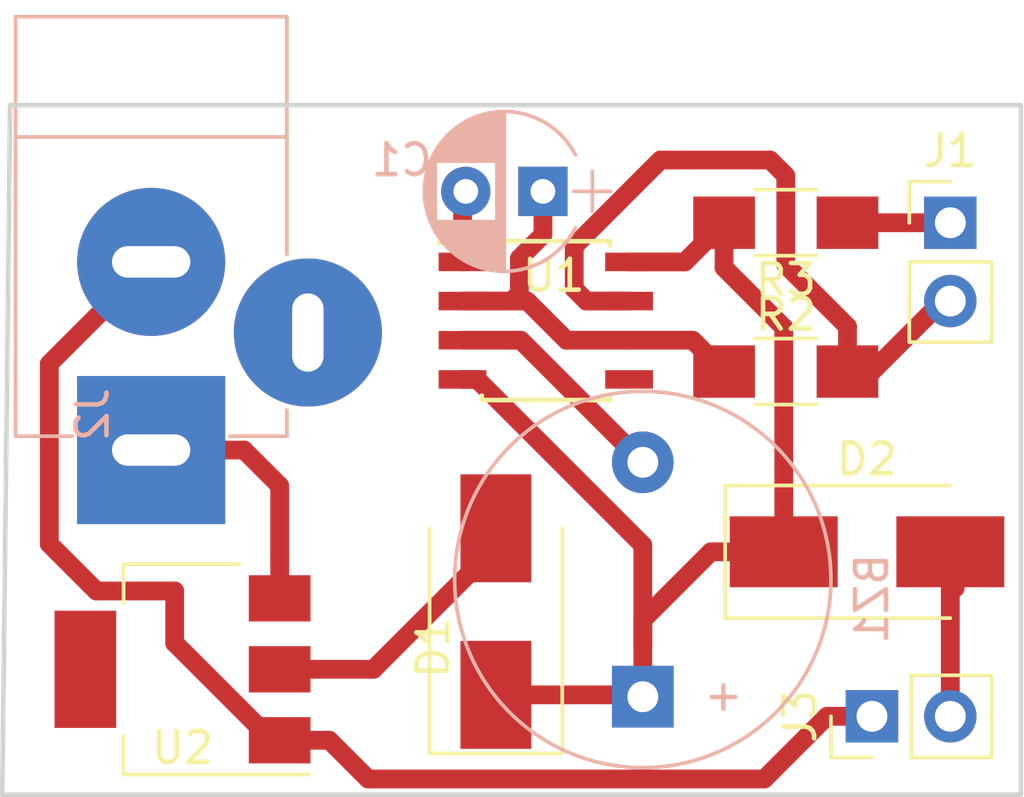
<source format=kicad_pcb>
(kicad_pcb (version 4) (host pcbnew 4.0.7-e2-6376~58~ubuntu16.04.1)

  (general
    (links 19)
    (no_connects 3)
    (area 22.022999 33.960999 55.193001 56.463001)
    (thickness 1.6)
    (drawings 4)
    (tracks 68)
    (zones 0)
    (modules 11)
    (nets 12)
  )

  (page User 224.993 150.012)
  (layers
    (0 F.Cu signal)
    (31 B.Cu signal)
    (32 B.Adhes user)
    (33 F.Adhes user)
    (34 B.Paste user)
    (35 F.Paste user)
    (36 B.SilkS user)
    (37 F.SilkS user)
    (38 B.Mask user)
    (39 F.Mask user)
    (40 Dwgs.User user)
    (41 Cmts.User user)
    (42 Eco1.User user)
    (43 Eco2.User user)
    (44 Edge.Cuts user)
    (45 Margin user)
    (46 B.CrtYd user)
    (47 F.CrtYd user)
    (48 B.Fab user)
    (49 F.Fab user)
  )

  (setup
    (last_trace_width 0.6096)
    (user_trace_width 0.1524)
    (user_trace_width 0.2032)
    (user_trace_width 0.3048)
    (user_trace_width 0.6096)
    (user_trace_width 0.8128)
    (user_trace_width 1.524)
    (user_trace_width 2.54)
    (trace_clearance 0.2)
    (zone_clearance 0.508)
    (zone_45_only no)
    (trace_min 0.1524)
    (segment_width 0.2)
    (edge_width 0.15)
    (via_size 0.6)
    (via_drill 0.4)
    (via_min_size 0.4)
    (via_min_drill 0.3)
    (uvia_size 0.3)
    (uvia_drill 0.1)
    (uvias_allowed no)
    (uvia_min_size 0)
    (uvia_min_drill 0)
    (pcb_text_width 0.3)
    (pcb_text_size 1.5 1.5)
    (mod_edge_width 0.15)
    (mod_text_size 1 1)
    (mod_text_width 0.15)
    (pad_size 1.524 1.524)
    (pad_drill 0.762)
    (pad_to_mask_clearance 0.2)
    (aux_axis_origin 0 0)
    (visible_elements FFFFFF7F)
    (pcbplotparams
      (layerselection 0x00030_80000001)
      (usegerberextensions false)
      (excludeedgelayer true)
      (linewidth 0.100000)
      (plotframeref false)
      (viasonmask false)
      (mode 1)
      (useauxorigin false)
      (hpglpennumber 1)
      (hpglpenspeed 20)
      (hpglpendiameter 15)
      (hpglpenoverlay 2)
      (psnegative false)
      (psa4output false)
      (plotreference true)
      (plotvalue true)
      (plotinvisibletext false)
      (padsonsilk false)
      (subtractmaskfromsilk false)
      (outputformat 1)
      (mirror false)
      (drillshape 1)
      (scaleselection 1)
      (outputdirectory ""))
  )

  (net 0 "")
  (net 1 "Net-(BZ1-Pad2)")
  (net 2 "Net-(C1-Pad1)")
  (net 3 GND)
  (net 4 "Net-(J1-Pad1)")
  (net 5 "Net-(J1-Pad2)")
  (net 6 +BATT)
  (net 7 "Net-(U1-Pad5)")
  (net 8 "Net-(J2-Pad3)")
  (net 9 "Net-(BT1-Pad1)")
  (net 10 "Net-(D1-Pad2)")
  (net 11 "Net-(J2-Pad1)")

  (net_class Default "This is the default net class."
    (clearance 0.2)
    (trace_width 0.25)
    (via_dia 0.6)
    (via_drill 0.4)
    (uvia_dia 0.3)
    (uvia_drill 0.1)
    (add_net +BATT)
    (add_net GND)
    (add_net "Net-(BT1-Pad1)")
    (add_net "Net-(BZ1-Pad2)")
    (add_net "Net-(C1-Pad1)")
    (add_net "Net-(D1-Pad2)")
    (add_net "Net-(J1-Pad1)")
    (add_net "Net-(J1-Pad2)")
    (add_net "Net-(J2-Pad1)")
    (add_net "Net-(J2-Pad3)")
    (add_net "Net-(U1-Pad5)")
  )

  (module TO_SOT_Packages_SMD:SOT-223 (layer F.Cu) (tedit 58CE4E7E) (tstamp 5AD88708)
    (at 27.94 52.324 180)
    (descr "module CMS SOT223 4 pins")
    (tags "CMS SOT")
    (path /5AD87594)
    (attr smd)
    (fp_text reference U2 (at 0 -2.54 180) (layer F.SilkS)
      (effects (font (size 1 1) (thickness 0.15)))
    )
    (fp_text value LM1117-5.0 (at 0 4.5 180) (layer F.Fab)
      (effects (font (size 1 1) (thickness 0.15)))
    )
    (fp_text user %R (at 0 0 270) (layer F.Fab)
      (effects (font (size 0.8 0.8) (thickness 0.12)))
    )
    (fp_line (start -1.85 -2.3) (end -0.8 -3.35) (layer F.Fab) (width 0.1))
    (fp_line (start 1.91 3.41) (end 1.91 2.15) (layer F.SilkS) (width 0.12))
    (fp_line (start 1.91 -3.41) (end 1.91 -2.15) (layer F.SilkS) (width 0.12))
    (fp_line (start 4.4 -3.6) (end -4.4 -3.6) (layer F.CrtYd) (width 0.05))
    (fp_line (start 4.4 3.6) (end 4.4 -3.6) (layer F.CrtYd) (width 0.05))
    (fp_line (start -4.4 3.6) (end 4.4 3.6) (layer F.CrtYd) (width 0.05))
    (fp_line (start -4.4 -3.6) (end -4.4 3.6) (layer F.CrtYd) (width 0.05))
    (fp_line (start -1.85 -2.3) (end -1.85 3.35) (layer F.Fab) (width 0.1))
    (fp_line (start -1.85 3.41) (end 1.91 3.41) (layer F.SilkS) (width 0.12))
    (fp_line (start -0.8 -3.35) (end 1.85 -3.35) (layer F.Fab) (width 0.1))
    (fp_line (start -4.1 -3.41) (end 1.91 -3.41) (layer F.SilkS) (width 0.12))
    (fp_line (start -1.85 3.35) (end 1.85 3.35) (layer F.Fab) (width 0.1))
    (fp_line (start 1.85 -3.35) (end 1.85 3.35) (layer F.Fab) (width 0.1))
    (pad 4 smd rect (at 3.15 0 180) (size 2 3.8) (layers F.Cu F.Paste F.Mask))
    (pad 2 smd rect (at -3.15 0 180) (size 2 1.5) (layers F.Cu F.Paste F.Mask)
      (net 10 "Net-(D1-Pad2)"))
    (pad 3 smd rect (at -3.15 2.3 180) (size 2 1.5) (layers F.Cu F.Paste F.Mask)
      (net 11 "Net-(J2-Pad1)"))
    (pad 1 smd rect (at -3.15 -2.3 180) (size 2 1.5) (layers F.Cu F.Paste F.Mask)
      (net 3 GND))
    (model ${KISYS3DMOD}/TO_SOT_Packages_SMD.3dshapes/SOT-223.wrl
      (at (xyz 0 0 0))
      (scale (xyz 1 1 1))
      (rotate (xyz 0 0 0))
    )
  )

  (module Capacitors_THT:CP_Radial_D5.0mm_P2.50mm (layer B.Cu) (tedit 597BC7C2) (tstamp 5AD491B4)
    (at 39.624 36.83 180)
    (descr "CP, Radial series, Radial, pin pitch=2.50mm, , diameter=5mm, Electrolytic Capacitor")
    (tags "CP Radial series Radial pin pitch 2.50mm  diameter 5mm Electrolytic Capacitor")
    (path /5AD334B7)
    (fp_text reference C1 (at 4.572 1.016 180) (layer B.SilkS)
      (effects (font (size 1 1) (thickness 0.15)) (justify mirror))
    )
    (fp_text value 2.2mkF (at 1.25 -3.81 180) (layer B.Fab)
      (effects (font (size 1 1) (thickness 0.15)) (justify mirror))
    )
    (fp_arc (start 1.25 0) (end -1.05558 1.18) (angle -125.8) (layer B.SilkS) (width 0.12))
    (fp_arc (start 1.25 0) (end -1.05558 -1.18) (angle 125.8) (layer B.SilkS) (width 0.12))
    (fp_arc (start 1.25 0) (end 3.55558 1.18) (angle -54.2) (layer B.SilkS) (width 0.12))
    (fp_circle (center 1.25 0) (end 3.75 0) (layer B.Fab) (width 0.1))
    (fp_line (start -2.2 0) (end -1 0) (layer B.Fab) (width 0.1))
    (fp_line (start -1.6 0.65) (end -1.6 -0.65) (layer B.Fab) (width 0.1))
    (fp_line (start 1.25 2.55) (end 1.25 -2.55) (layer B.SilkS) (width 0.12))
    (fp_line (start 1.29 2.55) (end 1.29 -2.55) (layer B.SilkS) (width 0.12))
    (fp_line (start 1.33 2.549) (end 1.33 -2.549) (layer B.SilkS) (width 0.12))
    (fp_line (start 1.37 2.548) (end 1.37 -2.548) (layer B.SilkS) (width 0.12))
    (fp_line (start 1.41 2.546) (end 1.41 -2.546) (layer B.SilkS) (width 0.12))
    (fp_line (start 1.45 2.543) (end 1.45 -2.543) (layer B.SilkS) (width 0.12))
    (fp_line (start 1.49 2.539) (end 1.49 -2.539) (layer B.SilkS) (width 0.12))
    (fp_line (start 1.53 2.535) (end 1.53 0.98) (layer B.SilkS) (width 0.12))
    (fp_line (start 1.53 -0.98) (end 1.53 -2.535) (layer B.SilkS) (width 0.12))
    (fp_line (start 1.57 2.531) (end 1.57 0.98) (layer B.SilkS) (width 0.12))
    (fp_line (start 1.57 -0.98) (end 1.57 -2.531) (layer B.SilkS) (width 0.12))
    (fp_line (start 1.61 2.525) (end 1.61 0.98) (layer B.SilkS) (width 0.12))
    (fp_line (start 1.61 -0.98) (end 1.61 -2.525) (layer B.SilkS) (width 0.12))
    (fp_line (start 1.65 2.519) (end 1.65 0.98) (layer B.SilkS) (width 0.12))
    (fp_line (start 1.65 -0.98) (end 1.65 -2.519) (layer B.SilkS) (width 0.12))
    (fp_line (start 1.69 2.513) (end 1.69 0.98) (layer B.SilkS) (width 0.12))
    (fp_line (start 1.69 -0.98) (end 1.69 -2.513) (layer B.SilkS) (width 0.12))
    (fp_line (start 1.73 2.506) (end 1.73 0.98) (layer B.SilkS) (width 0.12))
    (fp_line (start 1.73 -0.98) (end 1.73 -2.506) (layer B.SilkS) (width 0.12))
    (fp_line (start 1.77 2.498) (end 1.77 0.98) (layer B.SilkS) (width 0.12))
    (fp_line (start 1.77 -0.98) (end 1.77 -2.498) (layer B.SilkS) (width 0.12))
    (fp_line (start 1.81 2.489) (end 1.81 0.98) (layer B.SilkS) (width 0.12))
    (fp_line (start 1.81 -0.98) (end 1.81 -2.489) (layer B.SilkS) (width 0.12))
    (fp_line (start 1.85 2.48) (end 1.85 0.98) (layer B.SilkS) (width 0.12))
    (fp_line (start 1.85 -0.98) (end 1.85 -2.48) (layer B.SilkS) (width 0.12))
    (fp_line (start 1.89 2.47) (end 1.89 0.98) (layer B.SilkS) (width 0.12))
    (fp_line (start 1.89 -0.98) (end 1.89 -2.47) (layer B.SilkS) (width 0.12))
    (fp_line (start 1.93 2.46) (end 1.93 0.98) (layer B.SilkS) (width 0.12))
    (fp_line (start 1.93 -0.98) (end 1.93 -2.46) (layer B.SilkS) (width 0.12))
    (fp_line (start 1.971 2.448) (end 1.971 0.98) (layer B.SilkS) (width 0.12))
    (fp_line (start 1.971 -0.98) (end 1.971 -2.448) (layer B.SilkS) (width 0.12))
    (fp_line (start 2.011 2.436) (end 2.011 0.98) (layer B.SilkS) (width 0.12))
    (fp_line (start 2.011 -0.98) (end 2.011 -2.436) (layer B.SilkS) (width 0.12))
    (fp_line (start 2.051 2.424) (end 2.051 0.98) (layer B.SilkS) (width 0.12))
    (fp_line (start 2.051 -0.98) (end 2.051 -2.424) (layer B.SilkS) (width 0.12))
    (fp_line (start 2.091 2.41) (end 2.091 0.98) (layer B.SilkS) (width 0.12))
    (fp_line (start 2.091 -0.98) (end 2.091 -2.41) (layer B.SilkS) (width 0.12))
    (fp_line (start 2.131 2.396) (end 2.131 0.98) (layer B.SilkS) (width 0.12))
    (fp_line (start 2.131 -0.98) (end 2.131 -2.396) (layer B.SilkS) (width 0.12))
    (fp_line (start 2.171 2.382) (end 2.171 0.98) (layer B.SilkS) (width 0.12))
    (fp_line (start 2.171 -0.98) (end 2.171 -2.382) (layer B.SilkS) (width 0.12))
    (fp_line (start 2.211 2.366) (end 2.211 0.98) (layer B.SilkS) (width 0.12))
    (fp_line (start 2.211 -0.98) (end 2.211 -2.366) (layer B.SilkS) (width 0.12))
    (fp_line (start 2.251 2.35) (end 2.251 0.98) (layer B.SilkS) (width 0.12))
    (fp_line (start 2.251 -0.98) (end 2.251 -2.35) (layer B.SilkS) (width 0.12))
    (fp_line (start 2.291 2.333) (end 2.291 0.98) (layer B.SilkS) (width 0.12))
    (fp_line (start 2.291 -0.98) (end 2.291 -2.333) (layer B.SilkS) (width 0.12))
    (fp_line (start 2.331 2.315) (end 2.331 0.98) (layer B.SilkS) (width 0.12))
    (fp_line (start 2.331 -0.98) (end 2.331 -2.315) (layer B.SilkS) (width 0.12))
    (fp_line (start 2.371 2.296) (end 2.371 0.98) (layer B.SilkS) (width 0.12))
    (fp_line (start 2.371 -0.98) (end 2.371 -2.296) (layer B.SilkS) (width 0.12))
    (fp_line (start 2.411 2.276) (end 2.411 0.98) (layer B.SilkS) (width 0.12))
    (fp_line (start 2.411 -0.98) (end 2.411 -2.276) (layer B.SilkS) (width 0.12))
    (fp_line (start 2.451 2.256) (end 2.451 0.98) (layer B.SilkS) (width 0.12))
    (fp_line (start 2.451 -0.98) (end 2.451 -2.256) (layer B.SilkS) (width 0.12))
    (fp_line (start 2.491 2.234) (end 2.491 0.98) (layer B.SilkS) (width 0.12))
    (fp_line (start 2.491 -0.98) (end 2.491 -2.234) (layer B.SilkS) (width 0.12))
    (fp_line (start 2.531 2.212) (end 2.531 0.98) (layer B.SilkS) (width 0.12))
    (fp_line (start 2.531 -0.98) (end 2.531 -2.212) (layer B.SilkS) (width 0.12))
    (fp_line (start 2.571 2.189) (end 2.571 0.98) (layer B.SilkS) (width 0.12))
    (fp_line (start 2.571 -0.98) (end 2.571 -2.189) (layer B.SilkS) (width 0.12))
    (fp_line (start 2.611 2.165) (end 2.611 0.98) (layer B.SilkS) (width 0.12))
    (fp_line (start 2.611 -0.98) (end 2.611 -2.165) (layer B.SilkS) (width 0.12))
    (fp_line (start 2.651 2.14) (end 2.651 0.98) (layer B.SilkS) (width 0.12))
    (fp_line (start 2.651 -0.98) (end 2.651 -2.14) (layer B.SilkS) (width 0.12))
    (fp_line (start 2.691 2.113) (end 2.691 0.98) (layer B.SilkS) (width 0.12))
    (fp_line (start 2.691 -0.98) (end 2.691 -2.113) (layer B.SilkS) (width 0.12))
    (fp_line (start 2.731 2.086) (end 2.731 0.98) (layer B.SilkS) (width 0.12))
    (fp_line (start 2.731 -0.98) (end 2.731 -2.086) (layer B.SilkS) (width 0.12))
    (fp_line (start 2.771 2.058) (end 2.771 0.98) (layer B.SilkS) (width 0.12))
    (fp_line (start 2.771 -0.98) (end 2.771 -2.058) (layer B.SilkS) (width 0.12))
    (fp_line (start 2.811 2.028) (end 2.811 0.98) (layer B.SilkS) (width 0.12))
    (fp_line (start 2.811 -0.98) (end 2.811 -2.028) (layer B.SilkS) (width 0.12))
    (fp_line (start 2.851 1.997) (end 2.851 0.98) (layer B.SilkS) (width 0.12))
    (fp_line (start 2.851 -0.98) (end 2.851 -1.997) (layer B.SilkS) (width 0.12))
    (fp_line (start 2.891 1.965) (end 2.891 0.98) (layer B.SilkS) (width 0.12))
    (fp_line (start 2.891 -0.98) (end 2.891 -1.965) (layer B.SilkS) (width 0.12))
    (fp_line (start 2.931 1.932) (end 2.931 0.98) (layer B.SilkS) (width 0.12))
    (fp_line (start 2.931 -0.98) (end 2.931 -1.932) (layer B.SilkS) (width 0.12))
    (fp_line (start 2.971 1.897) (end 2.971 0.98) (layer B.SilkS) (width 0.12))
    (fp_line (start 2.971 -0.98) (end 2.971 -1.897) (layer B.SilkS) (width 0.12))
    (fp_line (start 3.011 1.861) (end 3.011 0.98) (layer B.SilkS) (width 0.12))
    (fp_line (start 3.011 -0.98) (end 3.011 -1.861) (layer B.SilkS) (width 0.12))
    (fp_line (start 3.051 1.823) (end 3.051 0.98) (layer B.SilkS) (width 0.12))
    (fp_line (start 3.051 -0.98) (end 3.051 -1.823) (layer B.SilkS) (width 0.12))
    (fp_line (start 3.091 1.783) (end 3.091 0.98) (layer B.SilkS) (width 0.12))
    (fp_line (start 3.091 -0.98) (end 3.091 -1.783) (layer B.SilkS) (width 0.12))
    (fp_line (start 3.131 1.742) (end 3.131 0.98) (layer B.SilkS) (width 0.12))
    (fp_line (start 3.131 -0.98) (end 3.131 -1.742) (layer B.SilkS) (width 0.12))
    (fp_line (start 3.171 1.699) (end 3.171 0.98) (layer B.SilkS) (width 0.12))
    (fp_line (start 3.171 -0.98) (end 3.171 -1.699) (layer B.SilkS) (width 0.12))
    (fp_line (start 3.211 1.654) (end 3.211 0.98) (layer B.SilkS) (width 0.12))
    (fp_line (start 3.211 -0.98) (end 3.211 -1.654) (layer B.SilkS) (width 0.12))
    (fp_line (start 3.251 1.606) (end 3.251 0.98) (layer B.SilkS) (width 0.12))
    (fp_line (start 3.251 -0.98) (end 3.251 -1.606) (layer B.SilkS) (width 0.12))
    (fp_line (start 3.291 1.556) (end 3.291 0.98) (layer B.SilkS) (width 0.12))
    (fp_line (start 3.291 -0.98) (end 3.291 -1.556) (layer B.SilkS) (width 0.12))
    (fp_line (start 3.331 1.504) (end 3.331 0.98) (layer B.SilkS) (width 0.12))
    (fp_line (start 3.331 -0.98) (end 3.331 -1.504) (layer B.SilkS) (width 0.12))
    (fp_line (start 3.371 1.448) (end 3.371 0.98) (layer B.SilkS) (width 0.12))
    (fp_line (start 3.371 -0.98) (end 3.371 -1.448) (layer B.SilkS) (width 0.12))
    (fp_line (start 3.411 1.39) (end 3.411 0.98) (layer B.SilkS) (width 0.12))
    (fp_line (start 3.411 -0.98) (end 3.411 -1.39) (layer B.SilkS) (width 0.12))
    (fp_line (start 3.451 1.327) (end 3.451 0.98) (layer B.SilkS) (width 0.12))
    (fp_line (start 3.451 -0.98) (end 3.451 -1.327) (layer B.SilkS) (width 0.12))
    (fp_line (start 3.491 1.261) (end 3.491 -1.261) (layer B.SilkS) (width 0.12))
    (fp_line (start 3.531 1.189) (end 3.531 -1.189) (layer B.SilkS) (width 0.12))
    (fp_line (start 3.571 1.112) (end 3.571 -1.112) (layer B.SilkS) (width 0.12))
    (fp_line (start 3.611 1.028) (end 3.611 -1.028) (layer B.SilkS) (width 0.12))
    (fp_line (start 3.651 0.934) (end 3.651 -0.934) (layer B.SilkS) (width 0.12))
    (fp_line (start 3.691 0.829) (end 3.691 -0.829) (layer B.SilkS) (width 0.12))
    (fp_line (start 3.731 0.707) (end 3.731 -0.707) (layer B.SilkS) (width 0.12))
    (fp_line (start 3.771 0.559) (end 3.771 -0.559) (layer B.SilkS) (width 0.12))
    (fp_line (start 3.811 0.354) (end 3.811 -0.354) (layer B.SilkS) (width 0.12))
    (fp_line (start -2.2 0) (end -1 0) (layer B.SilkS) (width 0.12))
    (fp_line (start -1.6 0.65) (end -1.6 -0.65) (layer B.SilkS) (width 0.12))
    (fp_line (start -1.6 2.85) (end -1.6 -2.85) (layer B.CrtYd) (width 0.05))
    (fp_line (start -1.6 -2.85) (end 4.1 -2.85) (layer B.CrtYd) (width 0.05))
    (fp_line (start 4.1 -2.85) (end 4.1 2.85) (layer B.CrtYd) (width 0.05))
    (fp_line (start 4.1 2.85) (end -1.6 2.85) (layer B.CrtYd) (width 0.05))
    (fp_text user %R (at 1.25 0 180) (layer B.Fab)
      (effects (font (size 1 1) (thickness 0.15)) (justify mirror))
    )
    (pad 1 thru_hole rect (at 0 0 180) (size 1.6 1.6) (drill 0.8) (layers *.Cu *.Mask)
      (net 2 "Net-(C1-Pad1)"))
    (pad 2 thru_hole circle (at 2.5 0 180) (size 1.6 1.6) (drill 0.8) (layers *.Cu *.Mask)
      (net 3 GND))
    (model ${KISYS3DMOD}/Capacitors_THT.3dshapes/CP_Radial_D5.0mm_P2.50mm.wrl
      (at (xyz 0 0 0))
      (scale (xyz 1 1 1))
      (rotate (xyz 0 0 0))
    )
  )

  (module Resistors_SMD:R_1206_HandSoldering (layer F.Cu) (tedit 58E0A804) (tstamp 5AD4923D)
    (at 47.498 42.672)
    (descr "Resistor SMD 1206, hand soldering")
    (tags "resistor 1206")
    (path /5AD33170)
    (attr smd)
    (fp_text reference R2 (at 0 -1.85) (layer F.SilkS)
      (effects (font (size 1 1) (thickness 0.15)))
    )
    (fp_text value 100k (at 0.254 1.778) (layer F.Fab)
      (effects (font (size 1 1) (thickness 0.15)))
    )
    (fp_text user %R (at 0.8255 -2.6035) (layer F.Fab)
      (effects (font (size 0.7 0.7) (thickness 0.105)))
    )
    (fp_line (start -1.6 0.8) (end -1.6 -0.8) (layer F.Fab) (width 0.1))
    (fp_line (start 1.6 0.8) (end -1.6 0.8) (layer F.Fab) (width 0.1))
    (fp_line (start 1.6 -0.8) (end 1.6 0.8) (layer F.Fab) (width 0.1))
    (fp_line (start -1.6 -0.8) (end 1.6 -0.8) (layer F.Fab) (width 0.1))
    (fp_line (start 1 1.07) (end -1 1.07) (layer F.SilkS) (width 0.12))
    (fp_line (start -1 -1.07) (end 1 -1.07) (layer F.SilkS) (width 0.12))
    (fp_line (start -3.25 -1.11) (end 3.25 -1.11) (layer F.CrtYd) (width 0.05))
    (fp_line (start -3.25 -1.11) (end -3.25 1.1) (layer F.CrtYd) (width 0.05))
    (fp_line (start 3.25 1.1) (end 3.25 -1.11) (layer F.CrtYd) (width 0.05))
    (fp_line (start 3.25 1.1) (end -3.25 1.1) (layer F.CrtYd) (width 0.05))
    (pad 1 smd rect (at -2 0) (size 2 1.7) (layers F.Cu F.Paste F.Mask)
      (net 2 "Net-(C1-Pad1)"))
    (pad 2 smd rect (at 2 0) (size 2 1.7) (layers F.Cu F.Paste F.Mask)
      (net 5 "Net-(J1-Pad2)"))
    (model ${KISYS3DMOD}/Resistors_SMD.3dshapes/R_1206.wrl
      (at (xyz 0 0 0))
      (scale (xyz 1 1 1))
      (rotate (xyz 0 0 0))
    )
  )

  (module Resistors_SMD:R_1206_HandSoldering (layer F.Cu) (tedit 58E0A804) (tstamp 5AD4924E)
    (at 47.498 37.846 180)
    (descr "Resistor SMD 1206, hand soldering")
    (tags "resistor 1206")
    (path /5AD3327C)
    (attr smd)
    (fp_text reference R3 (at 0 -1.85 180) (layer F.SilkS)
      (effects (font (size 1 1) (thickness 0.15)))
    )
    (fp_text value 1k (at 0 1.9 180) (layer F.Fab)
      (effects (font (size 1 1) (thickness 0.15)))
    )
    (fp_text user %R (at -0.794 1.7145 180) (layer F.Fab)
      (effects (font (size 0.7 0.7) (thickness 0.105)))
    )
    (fp_line (start -1.6 0.8) (end -1.6 -0.8) (layer F.Fab) (width 0.1))
    (fp_line (start 1.6 0.8) (end -1.6 0.8) (layer F.Fab) (width 0.1))
    (fp_line (start 1.6 -0.8) (end 1.6 0.8) (layer F.Fab) (width 0.1))
    (fp_line (start -1.6 -0.8) (end 1.6 -0.8) (layer F.Fab) (width 0.1))
    (fp_line (start 1 1.07) (end -1 1.07) (layer F.SilkS) (width 0.12))
    (fp_line (start -1 -1.07) (end 1 -1.07) (layer F.SilkS) (width 0.12))
    (fp_line (start -3.25 -1.11) (end 3.25 -1.11) (layer F.CrtYd) (width 0.05))
    (fp_line (start -3.25 -1.11) (end -3.25 1.1) (layer F.CrtYd) (width 0.05))
    (fp_line (start 3.25 1.1) (end 3.25 -1.11) (layer F.CrtYd) (width 0.05))
    (fp_line (start 3.25 1.1) (end -3.25 1.1) (layer F.CrtYd) (width 0.05))
    (pad 1 smd rect (at -2 0 180) (size 2 1.7) (layers F.Cu F.Paste F.Mask)
      (net 4 "Net-(J1-Pad1)"))
    (pad 2 smd rect (at 2 0 180) (size 2 1.7) (layers F.Cu F.Paste F.Mask)
      (net 6 +BATT))
    (model ${KISYS3DMOD}/Resistors_SMD.3dshapes/R_1206.wrl
      (at (xyz 0 0 0))
      (scale (xyz 1 1 1))
      (rotate (xyz 0 0 0))
    )
  )

  (module Housings_SOIC:SOIC-8_3.9x4.9mm_Pitch1.27mm (layer F.Cu) (tedit 58CD0CDA) (tstamp 5AD4926B)
    (at 39.718 41.021)
    (descr "8-Lead Plastic Small Outline (SN) - Narrow, 3.90 mm Body [SOIC] (see Microchip Packaging Specification 00000049BS.pdf)")
    (tags "SOIC 1.27")
    (path /5AD32F3B)
    (attr smd)
    (fp_text reference U1 (at 0.254 -1.4605) (layer F.SilkS)
      (effects (font (size 1 1) (thickness 0.15)))
    )
    (fp_text value NE555 (at 0 3.5) (layer F.Fab)
      (effects (font (size 1 1) (thickness 0.15)))
    )
    (fp_text user %R (at 0.4115 -0.127) (layer F.Fab)
      (effects (font (size 1 1) (thickness 0.15)))
    )
    (fp_line (start -0.95 -2.45) (end 1.95 -2.45) (layer F.Fab) (width 0.1))
    (fp_line (start 1.95 -2.45) (end 1.95 2.45) (layer F.Fab) (width 0.1))
    (fp_line (start 1.95 2.45) (end -1.95 2.45) (layer F.Fab) (width 0.1))
    (fp_line (start -1.95 2.45) (end -1.95 -1.45) (layer F.Fab) (width 0.1))
    (fp_line (start -1.95 -1.45) (end -0.95 -2.45) (layer F.Fab) (width 0.1))
    (fp_line (start -3.73 -2.7) (end -3.73 2.7) (layer F.CrtYd) (width 0.05))
    (fp_line (start 3.73 -2.7) (end 3.73 2.7) (layer F.CrtYd) (width 0.05))
    (fp_line (start -3.73 -2.7) (end 3.73 -2.7) (layer F.CrtYd) (width 0.05))
    (fp_line (start -3.73 2.7) (end 3.73 2.7) (layer F.CrtYd) (width 0.05))
    (fp_line (start -2.075 -2.575) (end -2.075 -2.525) (layer F.SilkS) (width 0.15))
    (fp_line (start 2.075 -2.575) (end 2.075 -2.43) (layer F.SilkS) (width 0.15))
    (fp_line (start 2.075 2.575) (end 2.075 2.43) (layer F.SilkS) (width 0.15))
    (fp_line (start -2.075 2.575) (end -2.075 2.43) (layer F.SilkS) (width 0.15))
    (fp_line (start -2.075 -2.575) (end 2.075 -2.575) (layer F.SilkS) (width 0.15))
    (fp_line (start -2.075 2.575) (end 2.075 2.575) (layer F.SilkS) (width 0.15))
    (fp_line (start -2.075 -2.525) (end -3.475 -2.525) (layer F.SilkS) (width 0.15))
    (pad 1 smd rect (at -2.7 -1.905) (size 1.55 0.6) (layers F.Cu F.Paste F.Mask)
      (net 3 GND))
    (pad 2 smd rect (at -2.7 -0.635) (size 1.55 0.6) (layers F.Cu F.Paste F.Mask)
      (net 2 "Net-(C1-Pad1)"))
    (pad 3 smd rect (at -2.7 0.635) (size 1.55 0.6) (layers F.Cu F.Paste F.Mask)
      (net 1 "Net-(BZ1-Pad2)"))
    (pad 4 smd rect (at -2.7 1.905) (size 1.55 0.6) (layers F.Cu F.Paste F.Mask)
      (net 6 +BATT))
    (pad 5 smd rect (at 2.7 1.905) (size 1.55 0.6) (layers F.Cu F.Paste F.Mask)
      (net 7 "Net-(U1-Pad5)"))
    (pad 6 smd rect (at 2.7 0.635) (size 1.55 0.6) (layers F.Cu F.Paste F.Mask)
      (net 2 "Net-(C1-Pad1)"))
    (pad 7 smd rect (at 2.7 -0.635) (size 1.55 0.6) (layers F.Cu F.Paste F.Mask)
      (net 5 "Net-(J1-Pad2)"))
    (pad 8 smd rect (at 2.7 -1.905) (size 1.55 0.6) (layers F.Cu F.Paste F.Mask)
      (net 6 +BATT))
    (model ${KISYS3DMOD}/Housings_SOIC.3dshapes/SOIC-8_3.9x4.9mm_Pitch1.27mm.wrl
      (at (xyz 0 0 0))
      (scale (xyz 1 1 1))
      (rotate (xyz 0 0 0))
    )
  )

  (module Buzzers_Beepers:Buzzer_12x9.5RM7.6 (layer B.Cu) (tedit 58B1A329) (tstamp 5AD4E523)
    (at 42.8625 53.213 90)
    (descr "Generic Buzzer, D12mm height 9.5mm with RM7.6mm")
    (tags buzzer)
    (path /5AD33404)
    (fp_text reference BZ1 (at 3.175 7.4295 90) (layer B.SilkS)
      (effects (font (size 1 1) (thickness 0.15)) (justify mirror))
    )
    (fp_text value Buzzer (at 3.8 -7.4 90) (layer B.Fab)
      (effects (font (size 1 1) (thickness 0.15)) (justify mirror))
    )
    (fp_text user + (at -0.01 2.54 90) (layer B.Fab)
      (effects (font (size 1 1) (thickness 0.15)) (justify mirror))
    )
    (fp_text user + (at -0.01 2.54 90) (layer B.SilkS)
      (effects (font (size 1 1) (thickness 0.15)) (justify mirror))
    )
    (fp_text user %R (at 3.8 4 90) (layer B.Fab)
      (effects (font (size 1 1) (thickness 0.15)) (justify mirror))
    )
    (fp_circle (center 3.8 0) (end 10.05 0) (layer B.CrtYd) (width 0.05))
    (fp_circle (center 3.8 0) (end 9.8 0) (layer B.Fab) (width 0.1))
    (fp_circle (center 3.8 0) (end 4.8 0) (layer B.Fab) (width 0.1))
    (fp_circle (center 3.8 0) (end 9.9 0) (layer B.SilkS) (width 0.12))
    (pad 1 thru_hole rect (at 0 0 90) (size 2 2) (drill 1) (layers *.Cu *.Mask)
      (net 6 +BATT))
    (pad 2 thru_hole circle (at 7.6 0 90) (size 2 2) (drill 1) (layers *.Cu *.Mask)
      (net 1 "Net-(BZ1-Pad2)"))
    (model ${KISYS3DMOD}/Buzzers_Beepers.3dshapes/Buzzer_12x9.5RM7.6.wrl
      (at (xyz 0.15 0 0))
      (scale (xyz 4 4 4))
      (rotate (xyz 0 0 0))
    )
  )

  (module Connectors:JACK_ALIM (layer B.Cu) (tedit 587FEAEC) (tstamp 5AD51622)
    (at 26.924 45.216 270)
    (descr "module 1 pin (ou trou mecanique de percage)")
    (tags "CONN JACK")
    (path /5AD3609B)
    (fp_text reference J2 (at -1.147 1.905 270) (layer B.SilkS)
      (effects (font (size 1 1) (thickness 0.15)) (justify mirror))
    )
    (fp_text value Jack-DC (at -11.18 -5.59 270) (layer B.Fab)
      (effects (font (size 1 1) (thickness 0.15)) (justify mirror))
    )
    (fp_line (start -10.15 4.4) (end -10.15 -4.4) (layer B.SilkS) (width 0.12))
    (fp_line (start -6.35 -4.4) (end -14.05 -4.4) (layer B.SilkS) (width 0.12))
    (fp_line (start -14.05 -4.4) (end -14.05 4.4) (layer B.SilkS) (width 0.12))
    (fp_line (start -14.05 4.4) (end -13.85 4.4) (layer B.SilkS) (width 0.12))
    (fp_line (start -0.45 -2.55) (end -0.45 -4.4) (layer B.SilkS) (width 0.12))
    (fp_line (start -0.45 -4.4) (end -1.3 -4.4) (layer B.SilkS) (width 0.12))
    (fp_line (start -13.95 4.4) (end -0.45 4.4) (layer B.SilkS) (width 0.12))
    (fp_line (start -0.45 4.4) (end -0.45 2.55) (layer B.SilkS) (width 0.12))
    (fp_line (start -13.21 4.32) (end -13.97 4.32) (layer B.Fab) (width 0.1))
    (fp_line (start -13.97 4.32) (end -13.97 -4.32) (layer B.Fab) (width 0.1))
    (fp_line (start -13.97 -4.32) (end -13.21 -4.32) (layer B.Fab) (width 0.1))
    (fp_line (start -10.16 4.32) (end -10.16 -4.32) (layer B.Fab) (width 0.1))
    (fp_line (start -0.51 4.32) (end -0.51 -4.32) (layer B.Fab) (width 0.1))
    (fp_line (start -13.21 -4.32) (end -0.51 -4.32) (layer B.Fab) (width 0.1))
    (fp_line (start -13.21 4.32) (end -0.51 4.32) (layer B.Fab) (width 0.1))
    (fp_line (start -14.22 4.57) (end 2.65 4.57) (layer B.CrtYd) (width 0.05))
    (fp_line (start -14.22 4.57) (end -14.22 -7.73) (layer B.CrtYd) (width 0.05))
    (fp_line (start 2.65 -7.73) (end 2.65 4.57) (layer B.CrtYd) (width 0.05))
    (fp_line (start 2.65 -7.73) (end -14.22 -7.73) (layer B.CrtYd) (width 0.05))
    (pad 2 thru_hole circle (at -6.1 0 270) (size 4.8 4.8) (drill oval 1.02 2.54) (layers *.Cu *.Mask)
      (net 3 GND))
    (pad 1 thru_hole rect (at 0 0 270) (size 4.8 4.8) (drill oval 1.02 2.54) (layers *.Cu *.Mask)
      (net 11 "Net-(J2-Pad1)"))
    (pad 3 thru_hole circle (at -3.81 -5.08 270) (size 4.8 4.8) (drill oval 2.54 1.02) (layers *.Cu *.Mask)
      (net 8 "Net-(J2-Pad3)"))
    (model ${KISYS3DMOD}/Connectors.3dshapes/JACK_ALIM.wrl
      (at (xyz -0.24 0 0))
      (scale (xyz 0.8 0.8 0.8))
      (rotate (xyz 0 0 0))
    )
  )

  (module Diodes_SMD:D_SMB_Handsoldering (layer F.Cu) (tedit 590B3D55) (tstamp 5AD53DAF)
    (at 38.1 50.452 90)
    (descr "Diode SMB (DO-214AA) Handsoldering")
    (tags "Diode SMB (DO-214AA) Handsoldering")
    (path /5AD3764E)
    (attr smd)
    (fp_text reference D1 (at -1.176 -2.032 90) (layer F.SilkS)
      (effects (font (size 1 1) (thickness 0.15)))
    )
    (fp_text value D_Schottky (at 0 3 90) (layer F.Fab)
      (effects (font (size 1 1) (thickness 0.15)))
    )
    (fp_text user %R (at -0.033 -1.905 90) (layer F.Fab)
      (effects (font (size 1 1) (thickness 0.15)))
    )
    (fp_line (start -4.6 -2.15) (end -4.6 2.15) (layer F.SilkS) (width 0.12))
    (fp_line (start 2.3 2) (end -2.3 2) (layer F.Fab) (width 0.1))
    (fp_line (start -2.3 2) (end -2.3 -2) (layer F.Fab) (width 0.1))
    (fp_line (start 2.3 -2) (end 2.3 2) (layer F.Fab) (width 0.1))
    (fp_line (start 2.3 -2) (end -2.3 -2) (layer F.Fab) (width 0.1))
    (fp_line (start -4.7 -2.25) (end 4.7 -2.25) (layer F.CrtYd) (width 0.05))
    (fp_line (start 4.7 -2.25) (end 4.7 2.25) (layer F.CrtYd) (width 0.05))
    (fp_line (start 4.7 2.25) (end -4.7 2.25) (layer F.CrtYd) (width 0.05))
    (fp_line (start -4.7 2.25) (end -4.7 -2.25) (layer F.CrtYd) (width 0.05))
    (fp_line (start -0.64944 0.00102) (end -1.55114 0.00102) (layer F.Fab) (width 0.1))
    (fp_line (start 0.50118 0.00102) (end 1.4994 0.00102) (layer F.Fab) (width 0.1))
    (fp_line (start -0.64944 -0.79908) (end -0.64944 0.80112) (layer F.Fab) (width 0.1))
    (fp_line (start 0.50118 0.75032) (end 0.50118 -0.79908) (layer F.Fab) (width 0.1))
    (fp_line (start -0.64944 0.00102) (end 0.50118 0.75032) (layer F.Fab) (width 0.1))
    (fp_line (start -0.64944 0.00102) (end 0.50118 -0.79908) (layer F.Fab) (width 0.1))
    (fp_line (start -4.6 2.15) (end 2.7 2.15) (layer F.SilkS) (width 0.12))
    (fp_line (start -4.6 -2.15) (end 2.7 -2.15) (layer F.SilkS) (width 0.12))
    (pad 1 smd rect (at -2.7 0 90) (size 3.5 2.3) (layers F.Cu F.Paste F.Mask)
      (net 6 +BATT))
    (pad 2 smd rect (at 2.7 0 90) (size 3.5 2.3) (layers F.Cu F.Paste F.Mask)
      (net 10 "Net-(D1-Pad2)"))
    (model ${KISYS3DMOD}/Diodes_SMD.3dshapes/D_SMB.wrl
      (at (xyz 0 0 0))
      (scale (xyz 1 1 1))
      (rotate (xyz 0 0 0))
    )
  )

  (module Diodes_SMD:D_SMB_Handsoldering (layer F.Cu) (tedit 590B3D55) (tstamp 5AD53DC7)
    (at 50.132 48.514)
    (descr "Diode SMB (DO-214AA) Handsoldering")
    (tags "Diode SMB (DO-214AA) Handsoldering")
    (path /5AD36B33)
    (attr smd)
    (fp_text reference D2 (at 0 -3) (layer F.SilkS)
      (effects (font (size 1 1) (thickness 0.15)))
    )
    (fp_text value D_Schottky (at -0.127 2.0955) (layer F.Fab)
      (effects (font (size 1 1) (thickness 0.15)))
    )
    (fp_text user %R (at 0 -3) (layer F.Fab)
      (effects (font (size 1 1) (thickness 0.15)))
    )
    (fp_line (start -4.6 -2.15) (end -4.6 2.15) (layer F.SilkS) (width 0.12))
    (fp_line (start 2.3 2) (end -2.3 2) (layer F.Fab) (width 0.1))
    (fp_line (start -2.3 2) (end -2.3 -2) (layer F.Fab) (width 0.1))
    (fp_line (start 2.3 -2) (end 2.3 2) (layer F.Fab) (width 0.1))
    (fp_line (start 2.3 -2) (end -2.3 -2) (layer F.Fab) (width 0.1))
    (fp_line (start -4.7 -2.25) (end 4.7 -2.25) (layer F.CrtYd) (width 0.05))
    (fp_line (start 4.7 -2.25) (end 4.7 2.25) (layer F.CrtYd) (width 0.05))
    (fp_line (start 4.7 2.25) (end -4.7 2.25) (layer F.CrtYd) (width 0.05))
    (fp_line (start -4.7 2.25) (end -4.7 -2.25) (layer F.CrtYd) (width 0.05))
    (fp_line (start -0.64944 0.00102) (end -1.55114 0.00102) (layer F.Fab) (width 0.1))
    (fp_line (start 0.50118 0.00102) (end 1.4994 0.00102) (layer F.Fab) (width 0.1))
    (fp_line (start -0.64944 -0.79908) (end -0.64944 0.80112) (layer F.Fab) (width 0.1))
    (fp_line (start 0.50118 0.75032) (end 0.50118 -0.79908) (layer F.Fab) (width 0.1))
    (fp_line (start -0.64944 0.00102) (end 0.50118 0.75032) (layer F.Fab) (width 0.1))
    (fp_line (start -0.64944 0.00102) (end 0.50118 -0.79908) (layer F.Fab) (width 0.1))
    (fp_line (start -4.6 2.15) (end 2.7 2.15) (layer F.SilkS) (width 0.12))
    (fp_line (start -4.6 -2.15) (end 2.7 -2.15) (layer F.SilkS) (width 0.12))
    (pad 1 smd rect (at -2.7 0) (size 3.5 2.3) (layers F.Cu F.Paste F.Mask)
      (net 6 +BATT))
    (pad 2 smd rect (at 2.7 0) (size 3.5 2.3) (layers F.Cu F.Paste F.Mask)
      (net 9 "Net-(BT1-Pad1)"))
    (model ${KISYS3DMOD}/Diodes_SMD.3dshapes/D_SMB.wrl
      (at (xyz 0 0 0))
      (scale (xyz 1 1 1))
      (rotate (xyz 0 0 0))
    )
  )

  (module Pin_Headers:Pin_Header_Straight_1x02_Pitch2.54mm (layer F.Cu) (tedit 59650532) (tstamp 5ADB5F6F)
    (at 52.832 37.846)
    (descr "Through hole straight pin header, 1x02, 2.54mm pitch, single row")
    (tags "Through hole pin header THT 1x02 2.54mm single row")
    (path /5AD33522)
    (fp_text reference J1 (at 0 -2.33) (layer F.SilkS)
      (effects (font (size 1 1) (thickness 0.15)))
    )
    (fp_text value Conn_01x02 (at -3.302 5.334) (layer F.Fab)
      (effects (font (size 1 1) (thickness 0.15)))
    )
    (fp_line (start -0.635 -1.27) (end 1.27 -1.27) (layer F.Fab) (width 0.1))
    (fp_line (start 1.27 -1.27) (end 1.27 3.81) (layer F.Fab) (width 0.1))
    (fp_line (start 1.27 3.81) (end -1.27 3.81) (layer F.Fab) (width 0.1))
    (fp_line (start -1.27 3.81) (end -1.27 -0.635) (layer F.Fab) (width 0.1))
    (fp_line (start -1.27 -0.635) (end -0.635 -1.27) (layer F.Fab) (width 0.1))
    (fp_line (start -1.33 3.87) (end 1.33 3.87) (layer F.SilkS) (width 0.12))
    (fp_line (start -1.33 1.27) (end -1.33 3.87) (layer F.SilkS) (width 0.12))
    (fp_line (start 1.33 1.27) (end 1.33 3.87) (layer F.SilkS) (width 0.12))
    (fp_line (start -1.33 1.27) (end 1.33 1.27) (layer F.SilkS) (width 0.12))
    (fp_line (start -1.33 0) (end -1.33 -1.33) (layer F.SilkS) (width 0.12))
    (fp_line (start -1.33 -1.33) (end 0 -1.33) (layer F.SilkS) (width 0.12))
    (fp_line (start -1.8 -1.8) (end -1.8 4.35) (layer F.CrtYd) (width 0.05))
    (fp_line (start -1.8 4.35) (end 1.8 4.35) (layer F.CrtYd) (width 0.05))
    (fp_line (start 1.8 4.35) (end 1.8 -1.8) (layer F.CrtYd) (width 0.05))
    (fp_line (start 1.8 -1.8) (end -1.8 -1.8) (layer F.CrtYd) (width 0.05))
    (fp_text user %R (at 0 1.27 90) (layer F.Fab)
      (effects (font (size 1 1) (thickness 0.15)))
    )
    (pad 1 thru_hole rect (at 0 0) (size 1.7 1.7) (drill 1) (layers *.Cu *.Mask)
      (net 4 "Net-(J1-Pad1)"))
    (pad 2 thru_hole oval (at 0 2.54) (size 1.7 1.7) (drill 1) (layers *.Cu *.Mask)
      (net 5 "Net-(J1-Pad2)"))
    (model ${KISYS3DMOD}/Pin_Headers.3dshapes/Pin_Header_Straight_1x02_Pitch2.54mm.wrl
      (at (xyz 0 0 0))
      (scale (xyz 1 1 1))
      (rotate (xyz 0 0 0))
    )
  )

  (module Pin_Headers:Pin_Header_Straight_1x02_Pitch2.54mm (layer F.Cu) (tedit 59650532) (tstamp 5ADB5F85)
    (at 50.292 53.848 90)
    (descr "Through hole straight pin header, 1x02, 2.54mm pitch, single row")
    (tags "Through hole pin header THT 1x02 2.54mm single row")
    (path /5AD87E20)
    (fp_text reference J3 (at 0 -2.33 90) (layer F.SilkS)
      (effects (font (size 1 1) (thickness 0.15)))
    )
    (fp_text value Conn_01x02 (at 2.794 3.556 90) (layer F.Fab)
      (effects (font (size 1 1) (thickness 0.15)))
    )
    (fp_line (start -0.635 -1.27) (end 1.27 -1.27) (layer F.Fab) (width 0.1))
    (fp_line (start 1.27 -1.27) (end 1.27 3.81) (layer F.Fab) (width 0.1))
    (fp_line (start 1.27 3.81) (end -1.27 3.81) (layer F.Fab) (width 0.1))
    (fp_line (start -1.27 3.81) (end -1.27 -0.635) (layer F.Fab) (width 0.1))
    (fp_line (start -1.27 -0.635) (end -0.635 -1.27) (layer F.Fab) (width 0.1))
    (fp_line (start -1.33 3.87) (end 1.33 3.87) (layer F.SilkS) (width 0.12))
    (fp_line (start -1.33 1.27) (end -1.33 3.87) (layer F.SilkS) (width 0.12))
    (fp_line (start 1.33 1.27) (end 1.33 3.87) (layer F.SilkS) (width 0.12))
    (fp_line (start -1.33 1.27) (end 1.33 1.27) (layer F.SilkS) (width 0.12))
    (fp_line (start -1.33 0) (end -1.33 -1.33) (layer F.SilkS) (width 0.12))
    (fp_line (start -1.33 -1.33) (end 0 -1.33) (layer F.SilkS) (width 0.12))
    (fp_line (start -1.8 -1.8) (end -1.8 4.35) (layer F.CrtYd) (width 0.05))
    (fp_line (start -1.8 4.35) (end 1.8 4.35) (layer F.CrtYd) (width 0.05))
    (fp_line (start 1.8 4.35) (end 1.8 -1.8) (layer F.CrtYd) (width 0.05))
    (fp_line (start 1.8 -1.8) (end -1.8 -1.8) (layer F.CrtYd) (width 0.05))
    (fp_text user %R (at 0 1.27 180) (layer F.Fab)
      (effects (font (size 1 1) (thickness 0.15)))
    )
    (pad 1 thru_hole rect (at 0 0 90) (size 1.7 1.7) (drill 1) (layers *.Cu *.Mask)
      (net 3 GND))
    (pad 2 thru_hole oval (at 0 2.54 90) (size 1.7 1.7) (drill 1) (layers *.Cu *.Mask)
      (net 9 "Net-(BT1-Pad1)"))
    (model ${KISYS3DMOD}/Pin_Headers.3dshapes/Pin_Header_Straight_1x02_Pitch2.54mm.wrl
      (at (xyz 0 0 0))
      (scale (xyz 1 1 1))
      (rotate (xyz 0 0 0))
    )
  )

  (gr_line (start 22.098 56.388) (end 22.352 34.036) (layer Edge.Cuts) (width 0.15))
  (gr_line (start 55.118 56.388) (end 22.098 56.388) (layer Edge.Cuts) (width 0.15))
  (gr_line (start 55.118 34.036) (end 55.118 56.388) (layer Edge.Cuts) (width 0.15))
  (gr_line (start 22.352 34.036) (end 55.118 34.036) (layer Edge.Cuts) (width 0.15))

  (segment (start 37.018 41.656) (end 38.9055 41.656) (width 0.6096) (layer F.Cu) (net 1))
  (segment (start 38.9055 41.656) (end 42.8625 45.613) (width 0.6096) (layer F.Cu) (net 1))
  (segment (start 42.418 41.656) (end 40.386 41.656) (width 0.6096) (layer F.Cu) (net 2))
  (segment (start 40.386 41.656) (end 39.116 40.386) (width 0.6096) (layer F.Cu) (net 2))
  (segment (start 39.116 40.386) (end 38.608 40.386) (width 0.6096) (layer F.Cu) (net 2))
  (segment (start 37.018 40.386) (end 38.608 40.386) (width 0.6096) (layer F.Cu) (net 2))
  (segment (start 38.862 39.0016) (end 38.862 40.132) (width 0.6096) (layer F.Cu) (net 2))
  (segment (start 38.862 40.132) (end 38.608 40.386) (width 0.6096) (layer F.Cu) (net 2))
  (segment (start 39.624 38.2396) (end 38.862 39.0016) (width 0.6096) (layer F.Cu) (net 2))
  (segment (start 39.624 36.83) (end 39.624 38.2396) (width 0.6096) (layer F.Cu) (net 2))
  (segment (start 42.418 41.656) (end 44.482 41.656) (width 0.6096) (layer F.Cu) (net 2))
  (segment (start 44.482 41.656) (end 45.498 42.672) (width 0.6096) (layer F.Cu) (net 2))
  (segment (start 45.1386 42.672) (end 45.498 42.672) (width 0.6096) (layer F.Cu) (net 2))
  (segment (start 23.622 48.26) (end 23.622 42.418) (width 0.6096) (layer F.Cu) (net 3))
  (segment (start 23.622 42.418) (end 26.924 39.116) (width 0.6096) (layer F.Cu) (net 3))
  (segment (start 27.686 49.784) (end 25.146 49.784) (width 0.6096) (layer F.Cu) (net 3))
  (segment (start 25.146 49.784) (end 23.622 48.26) (width 0.6096) (layer F.Cu) (net 3))
  (segment (start 27.686 51.47) (end 27.686 49.784) (width 0.6096) (layer F.Cu) (net 3))
  (segment (start 31.09 54.624) (end 30.84 54.624) (width 0.6096) (layer F.Cu) (net 3))
  (segment (start 30.84 54.624) (end 27.686 51.47) (width 0.6096) (layer F.Cu) (net 3))
  (segment (start 33.9556 55.88) (end 46.8004 55.88) (width 0.6096) (layer F.Cu) (net 3))
  (segment (start 46.8004 55.88) (end 48.8324 53.848) (width 0.6096) (layer F.Cu) (net 3))
  (segment (start 48.8324 53.848) (end 50.292 53.848) (width 0.6096) (layer F.Cu) (net 3))
  (segment (start 31.09 54.624) (end 32.6996 54.624) (width 0.6096) (layer F.Cu) (net 3))
  (segment (start 32.6996 54.624) (end 33.9556 55.88) (width 0.6096) (layer F.Cu) (net 3))
  (segment (start 37.018 39.116) (end 37.018 36.936) (width 0.6096) (layer F.Cu) (net 3))
  (segment (start 37.018 36.936) (end 37.124 36.83) (width 0.6096) (layer F.Cu) (net 3))
  (segment (start 49.498 37.846) (end 52.578 37.846) (width 0.6096) (layer F.Cu) (net 4))
  (segment (start 52.578 37.846) (end 52.832 37.592) (width 0.6096) (layer F.Cu) (net 4))
  (segment (start 42.418 40.386) (end 41.0334 40.386) (width 0.6096) (layer F.Cu) (net 5))
  (segment (start 41.0334 40.386) (end 40.64 39.9926) (width 0.6096) (layer F.Cu) (net 5))
  (segment (start 40.64 39.9926) (end 40.64 38.608) (width 0.6096) (layer F.Cu) (net 5))
  (segment (start 40.64 38.608) (end 43.434 35.814) (width 0.6096) (layer F.Cu) (net 5))
  (segment (start 46.99 35.814) (end 47.498 36.322) (width 0.6096) (layer F.Cu) (net 5))
  (segment (start 43.434 35.814) (end 46.99 35.814) (width 0.6096) (layer F.Cu) (net 5))
  (segment (start 47.498 36.322) (end 47.498 39.2124) (width 0.6096) (layer F.Cu) (net 5))
  (segment (start 47.498 39.2124) (end 49.498 41.2124) (width 0.6096) (layer F.Cu) (net 5))
  (segment (start 49.498 41.2124) (end 49.498 42.672) (width 0.6096) (layer F.Cu) (net 5))
  (segment (start 49.498 42.672) (end 50.292 42.672) (width 0.6096) (layer F.Cu) (net 5))
  (segment (start 50.292 42.672) (end 52.832 40.132) (width 0.6096) (layer F.Cu) (net 5))
  (segment (start 49.348 42.672) (end 49.498 42.672) (width 0.6096) (layer F.Cu) (net 5))
  (segment (start 45.498 37.846) (end 45.498 39.3056) (width 0.6096) (layer F.Cu) (net 6))
  (segment (start 45.498 39.3056) (end 47.432 41.2396) (width 0.6096) (layer F.Cu) (net 6))
  (segment (start 47.432 41.2396) (end 47.432 46.7544) (width 0.6096) (layer F.Cu) (net 6))
  (segment (start 47.432 46.7544) (end 47.432 48.514) (width 0.6096) (layer F.Cu) (net 6))
  (segment (start 47.432 48.514) (end 45.0724 48.514) (width 0.6096) (layer F.Cu) (net 6))
  (segment (start 45.0724 48.514) (end 42.8625 50.7239) (width 0.6096) (layer F.Cu) (net 6))
  (segment (start 42.8625 50.7239) (end 42.8625 51.6034) (width 0.6096) (layer F.Cu) (net 6))
  (segment (start 42.8625 51.6034) (end 42.8625 53.213) (width 0.6096) (layer F.Cu) (net 6))
  (segment (start 37.018 42.926) (end 37.493 42.926) (width 0.6096) (layer F.Cu) (net 6))
  (segment (start 37.493 42.926) (end 42.8625 48.2955) (width 0.6096) (layer F.Cu) (net 6))
  (segment (start 42.8625 48.2955) (end 42.8625 51.6034) (width 0.6096) (layer F.Cu) (net 6))
  (segment (start 42.418 39.116) (end 44.228 39.116) (width 0.6096) (layer F.Cu) (net 6))
  (segment (start 44.228 39.116) (end 45.498 37.846) (width 0.6096) (layer F.Cu) (net 6))
  (segment (start 45.648 37.846) (end 45.498 37.846) (width 0.6096) (layer F.Cu) (net 6))
  (segment (start 38.1 53.152) (end 42.8015 53.152) (width 0.6096) (layer F.Cu) (net 6))
  (segment (start 42.8015 53.152) (end 42.8625 53.213) (width 0.6096) (layer F.Cu) (net 6))
  (segment (start 44.99 38.354) (end 45.498 37.846) (width 0.6096) (layer F.Cu) (net 6))
  (segment (start 52.832 53.848) (end 52.832 48.514) (width 0.6096) (layer F.Cu) (net 9))
  (segment (start 52.992 49.69) (end 52.832 49.53) (width 0.6096) (layer F.Cu) (net 9))
  (segment (start 31.09 52.324) (end 34.128 52.324) (width 0.6096) (layer F.Cu) (net 10))
  (segment (start 38.1 48.352) (end 38.1 47.752) (width 0.6096) (layer F.Cu) (net 10))
  (segment (start 34.128 52.324) (end 38.1 48.352) (width 0.6096) (layer F.Cu) (net 10))
  (segment (start 38.1 47.152) (end 38.1 47.752) (width 0.6096) (layer F.Cu) (net 10))
  (segment (start 26.924 45.216) (end 29.9336 45.216) (width 0.6096) (layer F.Cu) (net 11))
  (segment (start 29.9336 45.216) (end 31.09 46.3724) (width 0.6096) (layer F.Cu) (net 11))
  (segment (start 31.09 46.3724) (end 31.09 48.6644) (width 0.6096) (layer F.Cu) (net 11))
  (segment (start 31.09 48.6644) (end 31.09 50.024) (width 0.6096) (layer F.Cu) (net 11))

  (zone (net 3) (net_name GND) (layer F.Cu) (tstamp 0) (hatch edge 0.508)
    (connect_pads (clearance 0.508))
    (min_thickness 0.254)
    (fill (arc_segments 16) (thermal_gap 0.508) (thermal_bridge_width 0.508))
    (polygon
      (pts
        (xy 22.352 34.544) (xy 55.118 34.544) (xy 55.245 56.388) (xy 22.1615 56.388)
      )
    )
  )
  (zone (net 0) (net_name "") (layer F.Cu) (tstamp 0) (hatch edge 0.508)
    (connect_pads (clearance 0.508))
    (min_thickness 0.254)
    (keepout (tracks allowed) (vias allowed) (copperpour not_allowed))
    (fill yes (arc_segments 16) (thermal_gap 0.508) (thermal_bridge_width 0.508))
    (polygon
      (pts
        (xy 34.29 44.958) (xy 40.894 45.212) (xy 41.402 53.848) (xy 34.036 54.102)
      )
    )
  )
  (zone (net 0) (net_name "") (layer F.Cu) (tstamp 0) (hatch edge 0.508)
    (connect_pads (clearance 0.508))
    (min_thickness 0.254)
    (keepout (tracks allowed) (vias allowed) (copperpour not_allowed))
    (fill yes (arc_segments 16) (thermal_gap 0.508) (thermal_bridge_width 0.508))
    (polygon
      (pts
        (xy 34.036 37.084) (xy 52.324 35.814) (xy 52.07 48.514) (xy 34.036 45.212)
      )
    )
  )
  (zone (net 0) (net_name "") (layer F.Cu) (tstamp 0) (hatch edge 0.508)
    (connect_pads (clearance 0.508))
    (min_thickness 0.254)
    (keepout (tracks allowed) (vias allowed) (copperpour not_allowed))
    (fill yes (arc_segments 16) (thermal_gap 0.508) (thermal_bridge_width 0.508))
    (polygon
      (pts
        (xy 45.72 48.26) (xy 54.356 48.26) (xy 54.102 55.118) (xy 45.974 54.864)
      )
    )
  )
)

</source>
